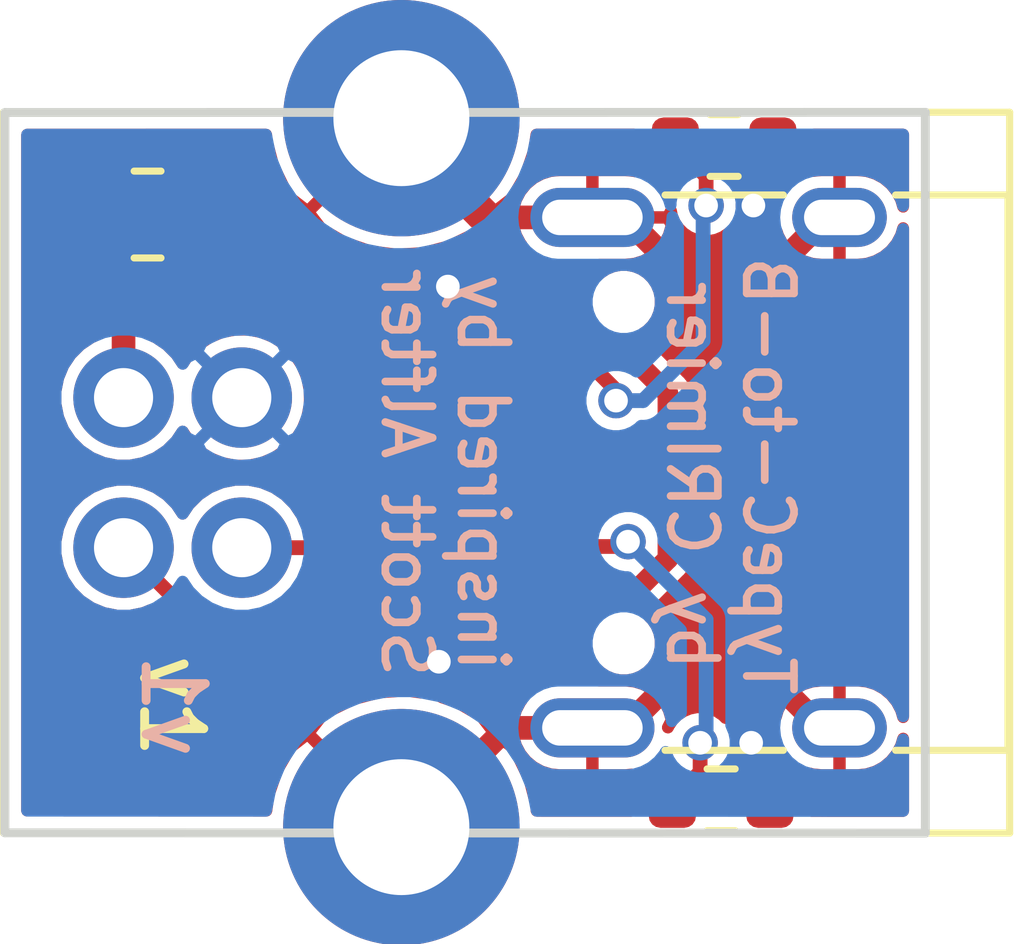
<source format=kicad_pcb>
(kicad_pcb (version 20171130) (host pcbnew 5.1.5+dfsg1-2build2)

  (general
    (thickness 1.6)
    (drawings 8)
    (tracks 94)
    (zones 0)
    (modules 5)
    (nets 11)
  )

  (page USLetter)
  (title_block
    (title "USB Micro-B to B PCB Adapter")
    (date 2018-07-16)
    (company "Scott Alfter")
  )

  (layers
    (0 F.Cu signal)
    (31 B.Cu signal)
    (32 B.Adhes user)
    (33 F.Adhes user)
    (34 B.Paste user)
    (35 F.Paste user)
    (36 B.SilkS user)
    (37 F.SilkS user)
    (38 B.Mask user)
    (39 F.Mask user)
    (40 Dwgs.User user hide)
    (41 Cmts.User user)
    (42 Eco1.User user)
    (43 Eco2.User user)
    (44 Edge.Cuts user)
    (45 Margin user)
    (46 B.CrtYd user hide)
    (47 F.CrtYd user hide)
    (48 B.Fab user hide)
    (49 F.Fab user hide)
  )

  (setup
    (last_trace_width 0.25)
    (user_trace_width 0.35)
    (user_trace_width 0.4)
    (trace_clearance 0.2)
    (zone_clearance 0.2)
    (zone_45_only no)
    (trace_min 0.2)
    (via_size 0.6)
    (via_drill 0.4)
    (via_min_size 0.4)
    (via_min_drill 0.3)
    (uvia_size 0.3)
    (uvia_drill 0.1)
    (uvias_allowed no)
    (uvia_min_size 0.2)
    (uvia_min_drill 0.1)
    (edge_width 0.15)
    (segment_width 0.2)
    (pcb_text_width 0.3)
    (pcb_text_size 1.5 1.5)
    (mod_edge_width 0.15)
    (mod_text_size 1 1)
    (mod_text_width 0.15)
    (pad_size 1.524 1.524)
    (pad_drill 0.762)
    (pad_to_mask_clearance 0.2)
    (aux_axis_origin 162.052 100.1776)
    (visible_elements FFFFFF7F)
    (pcbplotparams
      (layerselection 0x010fc_ffffffff)
      (usegerberextensions true)
      (usegerberattributes false)
      (usegerberadvancedattributes false)
      (creategerberjobfile false)
      (excludeedgelayer true)
      (linewidth 0.100000)
      (plotframeref false)
      (viasonmask false)
      (mode 1)
      (useauxorigin true)
      (hpglpennumber 1)
      (hpglpenspeed 20)
      (hpglpendiameter 15.000000)
      (psnegative false)
      (psa4output false)
      (plotreference false)
      (plotvalue false)
      (plotinvisibletext false)
      (padsonsilk false)
      (subtractmaskfromsilk true)
      (outputformat 1)
      (mirror false)
      (drillshape 0)
      (scaleselection 1)
      (outputdirectory "gerbers/"))
  )

  (net 0 "")
  (net 1 "Net-(J1-Pad2)")
  (net 2 "Net-(J1-Pad1)")
  (net 3 "Net-(J1-Pad3)")
  (net 4 GND)
  (net 5 GNDS)
  (net 6 "Net-(J2-PadA4)")
  (net 7 "Net-(J2-PadB8)")
  (net 8 "Net-(J2-PadA5)")
  (net 9 "Net-(J2-PadA8)")
  (net 10 "Net-(J2-PadB5)")

  (net_class Default "This is the default net class."
    (clearance 0.2)
    (trace_width 0.25)
    (via_dia 0.6)
    (via_drill 0.4)
    (uvia_dia 0.3)
    (uvia_drill 0.1)
    (add_net GND)
    (add_net GNDS)
    (add_net "Net-(J1-Pad1)")
    (add_net "Net-(J1-Pad2)")
    (add_net "Net-(J1-Pad3)")
    (add_net "Net-(J2-PadA4)")
    (add_net "Net-(J2-PadA5)")
    (add_net "Net-(J2-PadA8)")
    (add_net "Net-(J2-PadB5)")
    (add_net "Net-(J2-PadB8)")
  )

  (module usbb_to_typec:USB_B (layer F.Cu) (tedit 618540B5) (tstamp 5B4FBD16)
    (at 148.4884 106.2736)
    (descr "USB B connector")
    (tags "USB_B USB_DEV")
    (path /5B4D53C2)
    (fp_text reference J1 (at -0.1651 3.2004 180) (layer F.SilkS) hide
      (effects (font (size 1 1) (thickness 0.15)))
    )
    (fp_text value USB_B (at 1.1049 -3.1496 180) (layer F.Fab)
      (effects (font (size 1 1) (thickness 0.15)))
    )
    (fp_line (start 6.35 6.1) (end 14.99 6.1) (layer F.SilkS) (width 0.12))
    (fp_line (start -2.03 6.1) (end 3.05 6.1) (layer F.SilkS) (width 0.12))
    (fp_line (start 6.35 -6.1) (end 14.99 -6.1) (layer F.SilkS) (width 0.12))
    (fp_line (start -2.03 -6.1) (end 3.05 -6.1) (layer F.SilkS) (width 0.12))
    (fp_line (start 14.99 -6.1) (end 14.99 6.1) (layer F.SilkS) (width 0.12))
    (fp_line (start -2.03 6.1) (end -2.03 -6.1) (layer F.SilkS) (width 0.12))
    (pad 2 thru_hole circle (at 0 1.27 270) (size 1.7 1.7) (drill 1) (layers *.Cu *.Mask)
      (net 1 "Net-(J1-Pad2)"))
    (pad 1 thru_hole circle (at 0 -1.27 270) (size 1.7 1.7) (drill 1) (layers *.Cu *.Mask)
      (net 2 "Net-(J1-Pad1)"))
    (pad 4 thru_hole circle (at 2 -1.27 270) (size 1.7 1.7) (drill 1) (layers *.Cu *.Mask)
      (net 4 GND))
    (pad 3 thru_hole circle (at 2 1.27 270) (size 1.7 1.7) (drill 1) (layers *.Cu *.Mask)
      (net 3 "Net-(J1-Pad3)"))
    (pad 5 thru_hole circle (at 4.7 6 270) (size 4 4) (drill 2.3) (layers *.Cu *.Mask)
      (net 5 GNDS))
    (pad 5 thru_hole circle (at 4.7 -6 270) (size 4 4) (drill 2.3) (layers *.Cu *.Mask)
      (net 5 GNDS))
  )

  (module Resistor_SMD:R_0805_2012Metric (layer F.Cu) (tedit 5F68FEEE) (tstamp 61853D0A)
    (at 148.8948 101.9048 180)
    (descr "Resistor SMD 0805 (2012 Metric), square (rectangular) end terminal, IPC_7351 nominal, (Body size source: IPC-SM-782 page 72, https://www.pcb-3d.com/wordpress/wp-content/uploads/ipc-sm-782a_amendment_1_and_2.pdf), generated with kicad-footprint-generator")
    (tags resistor)
    (path /6185A890)
    (attr smd)
    (fp_text reference R1 (at 0 -1.65) (layer F.SilkS) hide
      (effects (font (size 1 1) (thickness 0.15)))
    )
    (fp_text value 0R (at 0 1.65) (layer F.Fab)
      (effects (font (size 1 1) (thickness 0.15)))
    )
    (fp_text user %R (at 0 0) (layer F.Fab)
      (effects (font (size 0.5 0.5) (thickness 0.08)))
    )
    (fp_line (start 1.68 0.95) (end -1.68 0.95) (layer F.CrtYd) (width 0.05))
    (fp_line (start 1.68 -0.95) (end 1.68 0.95) (layer F.CrtYd) (width 0.05))
    (fp_line (start -1.68 -0.95) (end 1.68 -0.95) (layer F.CrtYd) (width 0.05))
    (fp_line (start -1.68 0.95) (end -1.68 -0.95) (layer F.CrtYd) (width 0.05))
    (fp_line (start -0.227064 0.735) (end 0.227064 0.735) (layer F.SilkS) (width 0.12))
    (fp_line (start -0.227064 -0.735) (end 0.227064 -0.735) (layer F.SilkS) (width 0.12))
    (fp_line (start 1 0.625) (end -1 0.625) (layer F.Fab) (width 0.1))
    (fp_line (start 1 -0.625) (end 1 0.625) (layer F.Fab) (width 0.1))
    (fp_line (start -1 -0.625) (end 1 -0.625) (layer F.Fab) (width 0.1))
    (fp_line (start -1 0.625) (end -1 -0.625) (layer F.Fab) (width 0.1))
    (pad 2 smd roundrect (at 0.9125 0 180) (size 1.025 1.4) (layers F.Cu F.Paste F.Mask) (roundrect_rratio 0.243902)
      (net 2 "Net-(J1-Pad1)"))
    (pad 1 smd roundrect (at -0.9125 0 180) (size 1.025 1.4) (layers F.Cu F.Paste F.Mask) (roundrect_rratio 0.243902)
      (net 6 "Net-(J2-PadA4)"))
    (model ${KISYS3DMOD}/Resistor_SMD.3dshapes/R_0805_2012Metric.wrl
      (at (xyz 0 0 0))
      (scale (xyz 1 1 1))
      (rotate (xyz 0 0 0))
    )
  )

  (module Resistor_SMD:R_0603_1608Metric (layer F.Cu) (tedit 5F68FEEE) (tstamp 618595AE)
    (at 158.6484 100.7364)
    (descr "Resistor SMD 0603 (1608 Metric), square (rectangular) end terminal, IPC_7351 nominal, (Body size source: IPC-SM-782 page 72, https://www.pcb-3d.com/wordpress/wp-content/uploads/ipc-sm-782a_amendment_1_and_2.pdf), generated with kicad-footprint-generator")
    (tags resistor)
    (path /618602A6)
    (attr smd)
    (fp_text reference R3 (at 0 -1.43) (layer F.SilkS) hide
      (effects (font (size 1 1) (thickness 0.15)))
    )
    (fp_text value 5.1K (at 0 1.43) (layer F.Fab)
      (effects (font (size 1 1) (thickness 0.15)))
    )
    (fp_text user %R (at 0 0) (layer F.Fab)
      (effects (font (size 0.4 0.4) (thickness 0.06)))
    )
    (fp_line (start 1.48 0.73) (end -1.48 0.73) (layer F.CrtYd) (width 0.05))
    (fp_line (start 1.48 -0.73) (end 1.48 0.73) (layer F.CrtYd) (width 0.05))
    (fp_line (start -1.48 -0.73) (end 1.48 -0.73) (layer F.CrtYd) (width 0.05))
    (fp_line (start -1.48 0.73) (end -1.48 -0.73) (layer F.CrtYd) (width 0.05))
    (fp_line (start -0.237258 0.5225) (end 0.237258 0.5225) (layer F.SilkS) (width 0.12))
    (fp_line (start -0.237258 -0.5225) (end 0.237258 -0.5225) (layer F.SilkS) (width 0.12))
    (fp_line (start 0.8 0.4125) (end -0.8 0.4125) (layer F.Fab) (width 0.1))
    (fp_line (start 0.8 -0.4125) (end 0.8 0.4125) (layer F.Fab) (width 0.1))
    (fp_line (start -0.8 -0.4125) (end 0.8 -0.4125) (layer F.Fab) (width 0.1))
    (fp_line (start -0.8 0.4125) (end -0.8 -0.4125) (layer F.Fab) (width 0.1))
    (pad 2 smd roundrect (at 0.825 0) (size 0.8 0.95) (layers F.Cu F.Paste F.Mask) (roundrect_rratio 0.25)
      (net 4 GND))
    (pad 1 smd roundrect (at -0.825 0) (size 0.8 0.95) (layers F.Cu F.Paste F.Mask) (roundrect_rratio 0.25)
      (net 10 "Net-(J2-PadB5)"))
    (model ${KISYS3DMOD}/Resistor_SMD.3dshapes/R_0603_1608Metric.wrl
      (at (xyz 0 0 0))
      (scale (xyz 1 1 1))
      (rotate (xyz 0 0 0))
    )
  )

  (module Resistor_SMD:R_0603_1608Metric (layer F.Cu) (tedit 5F68FEEE) (tstamp 6185959D)
    (at 158.5976 111.8108)
    (descr "Resistor SMD 0603 (1608 Metric), square (rectangular) end terminal, IPC_7351 nominal, (Body size source: IPC-SM-782 page 72, https://www.pcb-3d.com/wordpress/wp-content/uploads/ipc-sm-782a_amendment_1_and_2.pdf), generated with kicad-footprint-generator")
    (tags resistor)
    (path /6185F9C0)
    (attr smd)
    (fp_text reference R2 (at 0 -1.43) (layer F.SilkS) hide
      (effects (font (size 1 1) (thickness 0.15)))
    )
    (fp_text value 5.1K (at 0 1.43) (layer F.Fab)
      (effects (font (size 1 1) (thickness 0.15)))
    )
    (fp_text user %R (at 0 0) (layer F.Fab)
      (effects (font (size 0.4 0.4) (thickness 0.06)))
    )
    (fp_line (start 1.48 0.73) (end -1.48 0.73) (layer F.CrtYd) (width 0.05))
    (fp_line (start 1.48 -0.73) (end 1.48 0.73) (layer F.CrtYd) (width 0.05))
    (fp_line (start -1.48 -0.73) (end 1.48 -0.73) (layer F.CrtYd) (width 0.05))
    (fp_line (start -1.48 0.73) (end -1.48 -0.73) (layer F.CrtYd) (width 0.05))
    (fp_line (start -0.237258 0.5225) (end 0.237258 0.5225) (layer F.SilkS) (width 0.12))
    (fp_line (start -0.237258 -0.5225) (end 0.237258 -0.5225) (layer F.SilkS) (width 0.12))
    (fp_line (start 0.8 0.4125) (end -0.8 0.4125) (layer F.Fab) (width 0.1))
    (fp_line (start 0.8 -0.4125) (end 0.8 0.4125) (layer F.Fab) (width 0.1))
    (fp_line (start -0.8 -0.4125) (end 0.8 -0.4125) (layer F.Fab) (width 0.1))
    (fp_line (start -0.8 0.4125) (end -0.8 -0.4125) (layer F.Fab) (width 0.1))
    (pad 2 smd roundrect (at 0.825 0) (size 0.8 0.95) (layers F.Cu F.Paste F.Mask) (roundrect_rratio 0.25)
      (net 4 GND))
    (pad 1 smd roundrect (at -0.825 0) (size 0.8 0.95) (layers F.Cu F.Paste F.Mask) (roundrect_rratio 0.25)
      (net 8 "Net-(J2-PadA5)"))
    (model ${KISYS3DMOD}/Resistor_SMD.3dshapes/R_0603_1608Metric.wrl
      (at (xyz 0 0 0))
      (scale (xyz 1 1 1))
      (rotate (xyz 0 0 0))
    )
  )

  (module Connector_USB:USB_C_Receptacle_HRO_TYPE-C-31-M-12 (layer F.Cu) (tedit 5D3C0721) (tstamp 6185957B)
    (at 159.55 106.2736 90)
    (descr "USB Type-C receptacle for USB 2.0 and PD, http://www.krhro.com/uploads/soft/180320/1-1P320120243.pdf")
    (tags "usb usb-c 2.0 pd")
    (path /61853C0D)
    (attr smd)
    (fp_text reference J2 (at 0 -5.645 90) (layer F.SilkS) hide
      (effects (font (size 1 1) (thickness 0.15)))
    )
    (fp_text value USB_C_Receptacle_USB2.0 (at 0 5.1 90) (layer F.Fab)
      (effects (font (size 1 1) (thickness 0.15)))
    )
    (fp_line (start -4.7 3.9) (end 4.7 3.9) (layer F.SilkS) (width 0.12))
    (fp_line (start -4.47 -3.65) (end 4.47 -3.65) (layer F.Fab) (width 0.1))
    (fp_line (start -4.47 -3.65) (end -4.47 3.65) (layer F.Fab) (width 0.1))
    (fp_line (start -4.47 3.65) (end 4.47 3.65) (layer F.Fab) (width 0.1))
    (fp_line (start 4.47 -3.65) (end 4.47 3.65) (layer F.Fab) (width 0.1))
    (fp_text user %R (at 0 0 90) (layer F.Fab)
      (effects (font (size 1 1) (thickness 0.15)))
    )
    (fp_line (start -5.32 -5.27) (end 5.32 -5.27) (layer F.CrtYd) (width 0.05))
    (fp_line (start -5.32 4.15) (end 5.32 4.15) (layer F.CrtYd) (width 0.05))
    (fp_line (start -5.32 -5.27) (end -5.32 4.15) (layer F.CrtYd) (width 0.05))
    (fp_line (start 5.32 -5.27) (end 5.32 4.15) (layer F.CrtYd) (width 0.05))
    (fp_line (start 4.7 -1.9) (end 4.7 0.1) (layer F.SilkS) (width 0.12))
    (fp_line (start 4.7 2) (end 4.7 3.9) (layer F.SilkS) (width 0.12))
    (fp_line (start -4.7 -1.9) (end -4.7 0.1) (layer F.SilkS) (width 0.12))
    (fp_line (start -4.7 2) (end -4.7 3.9) (layer F.SilkS) (width 0.12))
    (pad B1 smd rect (at 3.25 -4.045 90) (size 0.6 1.45) (layers F.Cu F.Paste F.Mask)
      (net 4 GND))
    (pad A9 smd rect (at 2.45 -4.045 90) (size 0.6 1.45) (layers F.Cu F.Paste F.Mask)
      (net 6 "Net-(J2-PadA4)"))
    (pad B9 smd rect (at -2.45 -4.045 90) (size 0.6 1.45) (layers F.Cu F.Paste F.Mask)
      (net 6 "Net-(J2-PadA4)"))
    (pad B12 smd rect (at -3.25 -4.045 90) (size 0.6 1.45) (layers F.Cu F.Paste F.Mask)
      (net 4 GND))
    (pad A1 smd rect (at -3.25 -4.045 90) (size 0.6 1.45) (layers F.Cu F.Paste F.Mask)
      (net 4 GND))
    (pad A4 smd rect (at -2.45 -4.045 90) (size 0.6 1.45) (layers F.Cu F.Paste F.Mask)
      (net 6 "Net-(J2-PadA4)"))
    (pad B4 smd rect (at 2.45 -4.045 90) (size 0.6 1.45) (layers F.Cu F.Paste F.Mask)
      (net 6 "Net-(J2-PadA4)"))
    (pad A12 smd rect (at 3.25 -4.045 90) (size 0.6 1.45) (layers F.Cu F.Paste F.Mask)
      (net 4 GND))
    (pad B8 smd rect (at -1.75 -4.045 90) (size 0.3 1.45) (layers F.Cu F.Paste F.Mask)
      (net 7 "Net-(J2-PadB8)"))
    (pad A5 smd rect (at -1.25 -4.045 90) (size 0.3 1.45) (layers F.Cu F.Paste F.Mask)
      (net 8 "Net-(J2-PadA5)"))
    (pad B7 smd rect (at -0.75 -4.045 90) (size 0.3 1.45) (layers F.Cu F.Paste F.Mask)
      (net 1 "Net-(J1-Pad2)"))
    (pad A7 smd rect (at 0.25 -4.045 90) (size 0.3 1.45) (layers F.Cu F.Paste F.Mask)
      (net 1 "Net-(J1-Pad2)"))
    (pad B6 smd rect (at 0.75 -4.045 90) (size 0.3 1.45) (layers F.Cu F.Paste F.Mask)
      (net 3 "Net-(J1-Pad3)"))
    (pad A8 smd rect (at 1.25 -4.045 90) (size 0.3 1.45) (layers F.Cu F.Paste F.Mask)
      (net 9 "Net-(J2-PadA8)"))
    (pad B5 smd rect (at 1.75 -4.045 90) (size 0.3 1.45) (layers F.Cu F.Paste F.Mask)
      (net 10 "Net-(J2-PadB5)"))
    (pad A6 smd rect (at -0.25 -4.045 90) (size 0.3 1.45) (layers F.Cu F.Paste F.Mask)
      (net 3 "Net-(J1-Pad3)"))
    (pad S1 thru_hole oval (at 4.32 -3.13 90) (size 1 2.1) (drill oval 0.6 1.7) (layers *.Cu *.Mask)
      (net 5 GNDS))
    (pad S1 thru_hole oval (at -4.32 -3.13 90) (size 1 2.1) (drill oval 0.6 1.7) (layers *.Cu *.Mask)
      (net 5 GNDS))
    (pad "" np_thru_hole circle (at -2.89 -2.6 90) (size 0.65 0.65) (drill 0.65) (layers *.Cu *.Mask))
    (pad S1 thru_hole oval (at -4.32 1.05 90) (size 1 1.6) (drill oval 0.6 1.2) (layers *.Cu *.Mask)
      (net 5 GNDS))
    (pad "" np_thru_hole circle (at 2.89 -2.6 90) (size 0.65 0.65) (drill 0.65) (layers *.Cu *.Mask))
    (pad S1 thru_hole oval (at 4.32 1.05 90) (size 1 1.6) (drill oval 0.6 1.2) (layers *.Cu *.Mask)
      (net 5 GNDS))
    (model ${KISYS3DMOD}/Connector_USB.3dshapes/USB_C_Receptacle_HRO_TYPE-C-31-M-12.wrl
      (at (xyz 0 0 0))
      (scale (xyz 1 1 1))
      (rotate (xyz 0 0 0))
    )
  )

  (gr_text "inspired by\nScott Alfter" (at 153.924 106.2736 270) (layer B.SilkS) (tstamp 61854554)
    (effects (font (size 0.8 0.8) (thickness 0.13)) (justify mirror))
  )
  (gr_text "TypeC-to-B\nby CRImier" (at 158.75 106.3244 270) (layer B.SilkS)
    (effects (font (size 0.8 0.8) (thickness 0.13)) (justify mirror))
  )
  (gr_text v1 (at 149.3 110.225 270) (layer F.SilkS) (tstamp 61853582)
    (effects (font (size 1 1) (thickness 0.15)))
  )
  (gr_text v1 (at 149.325 110.225 270) (layer B.SilkS)
    (effects (font (size 1 1) (thickness 0.15)) (justify mirror))
  )
  (gr_line (start 146.4818 112.3696) (end 146.4818 100.1776) (angle 90) (layer Edge.Cuts) (width 0.15))
  (gr_line (start 162.052 112.375) (end 146.4818 112.3696) (angle 90) (layer Edge.Cuts) (width 0.15))
  (gr_line (start 162.052 100.175) (end 162.052 112.375) (angle 90) (layer Edge.Cuts) (width 0.15))
  (gr_line (start 146.4818 100.1776) (end 162.052 100.175) (angle 90) (layer Edge.Cuts) (width 0.15))

  (segment (start 156.48 107.0236) (end 155.505 107.0236) (width 0.25) (layer F.Cu) (net 1))
  (segment (start 156.515 107.0236) (end 156.48 107.0236) (width 0.25) (layer F.Cu) (net 1))
  (segment (start 156.555001 106.983599) (end 156.515 107.0236) (width 0.25) (layer F.Cu) (net 1))
  (segment (start 156.555001 106.113599) (end 156.555001 106.983599) (width 0.25) (layer F.Cu) (net 1))
  (segment (start 156.465002 106.0236) (end 156.555001 106.113599) (width 0.25) (layer F.Cu) (net 1))
  (segment (start 155.505 106.0236) (end 156.465002 106.0236) (width 0.25) (layer F.Cu) (net 1))
  (segment (start 153.5804 107.0236) (end 155.505 107.0236) (width 0.25) (layer F.Cu) (net 1))
  (segment (start 151.7904 108.8136) (end 153.5804 107.0236) (width 0.25) (layer F.Cu) (net 1))
  (segment (start 149.7584 108.8136) (end 151.7904 108.8136) (width 0.25) (layer F.Cu) (net 1))
  (segment (start 148.4884 107.5436) (end 149.7584 108.8136) (width 0.25) (layer F.Cu) (net 1))
  (segment (start 148.4884 102.4109) (end 147.9823 101.9048) (width 0.4) (layer F.Cu) (net 2))
  (segment (start 148.4884 105.0036) (end 148.4884 102.4109) (width 0.4) (layer F.Cu) (net 2))
  (segment (start 154.53 106.5236) (end 155.505 106.5236) (width 0.25) (layer F.Cu) (net 3))
  (segment (start 154.495 106.5236) (end 154.53 106.5236) (width 0.25) (layer F.Cu) (net 3))
  (segment (start 154.454999 106.483599) (end 154.495 106.5236) (width 0.25) (layer F.Cu) (net 3))
  (segment (start 154.454999 105.613599) (end 154.454999 106.483599) (width 0.25) (layer F.Cu) (net 3))
  (segment (start 154.544998 105.5236) (end 154.454999 105.613599) (width 0.25) (layer F.Cu) (net 3))
  (segment (start 155.505 105.5236) (end 154.544998 105.5236) (width 0.25) (layer F.Cu) (net 3))
  (segment (start 155.505 106.5236) (end 153.0644 106.5236) (width 0.25) (layer F.Cu) (net 3))
  (segment (start 152.0444 107.5436) (end 150.4884 107.5436) (width 0.25) (layer F.Cu) (net 3))
  (segment (start 153.0644 106.5236) (end 152.0444 107.5436) (width 0.25) (layer F.Cu) (net 3))
  (via (at 159.1056 110.8456) (size 0.6) (drill 0.4) (layers F.Cu B.Cu) (net 4))
  (segment (start 159.4226 111.1626) (end 159.1056 110.8456) (width 0.25) (layer F.Cu) (net 4))
  (segment (start 159.4226 111.8108) (end 159.4226 111.1626) (width 0.25) (layer F.Cu) (net 4))
  (via (at 159.143603 101.7524) (size 0.6) (drill 0.4) (layers F.Cu B.Cu) (net 4))
  (segment (start 159.4734 101.422603) (end 159.143603 101.7524) (width 0.25) (layer F.Cu) (net 4))
  (segment (start 159.4734 100.7364) (end 159.4734 101.422603) (width 0.25) (layer F.Cu) (net 4))
  (via (at 153.9748 103.124) (size 0.6) (drill 0.4) (layers F.Cu B.Cu) (net 4))
  (segment (start 154.0752 103.0236) (end 153.9748 103.124) (width 0.4) (layer F.Cu) (net 4))
  (segment (start 155.505 103.0236) (end 154.0752 103.0236) (width 0.4) (layer F.Cu) (net 4))
  (via (at 153.8224 109.474) (size 0.6) (drill 0.4) (layers F.Cu B.Cu) (net 4))
  (segment (start 153.872 109.5236) (end 153.8224 109.474) (width 0.4) (layer F.Cu) (net 4))
  (segment (start 155.505 109.5236) (end 153.872 109.5236) (width 0.4) (layer F.Cu) (net 4))
  (segment (start 153.2011 111.897427) (end 153.201258 111.897427) (width 0.4) (layer F.Cu) (net 5))
  (segment (start 153.2011 100.651243) (end 153.201177 100.651243) (width 0.4) (layer F.Cu) (net 5))
  (segment (start 160.3 110.5936) (end 160.6 110.5936) (width 0.4) (layer F.Cu) (net 5))
  (segment (start 157.87 109.6936) (end 159.4 109.6936) (width 0.4) (layer F.Cu) (net 5))
  (segment (start 159.4 109.6936) (end 160.3 110.5936) (width 0.4) (layer F.Cu) (net 5))
  (segment (start 156.97 110.5936) (end 157.87 109.6936) (width 0.4) (layer F.Cu) (net 5))
  (segment (start 156.42 110.5936) (end 156.97 110.5936) (width 0.4) (layer F.Cu) (net 5))
  (segment (start 153.666517 111.897082) (end 153.18853 111.896916) (width 0.4) (layer F.Cu) (net 5))
  (segment (start 154.97 110.5936) (end 153.666517 111.897082) (width 0.4) (layer F.Cu) (net 5))
  (segment (start 156.42 110.5936) (end 154.97 110.5936) (width 0.4) (layer F.Cu) (net 5))
  (segment (start 154.490576 101.9536) (end 153.188464 100.651488) (width 0.4) (layer F.Cu) (net 5))
  (segment (start 156.42 101.9536) (end 154.490576 101.9536) (width 0.4) (layer F.Cu) (net 5))
  (segment (start 160.3776 101.9536) (end 160.6 101.9536) (width 0.4) (layer F.Cu) (net 5))
  (segment (start 159.4612 102.87) (end 160.3776 101.9536) (width 0.4) (layer F.Cu) (net 5))
  (segment (start 157.8864 102.87) (end 159.4612 102.87) (width 0.4) (layer F.Cu) (net 5))
  (segment (start 156.97 101.9536) (end 157.8864 102.87) (width 0.4) (layer F.Cu) (net 5))
  (segment (start 156.42 101.9536) (end 156.97 101.9536) (width 0.4) (layer F.Cu) (net 5))
  (segment (start 156.0968 103.8236) (end 156.246799 103.973599) (width 0.4) (layer F.Cu) (net 6))
  (segment (start 155.505 103.8236) (end 156.0968 103.8236) (width 0.4) (layer F.Cu) (net 6))
  (segment (start 156.353998 108.7236) (end 155.505 108.7236) (width 0.35) (layer F.Cu) (net 6))
  (segment (start 157.0228 108.4072) (end 156.670398 108.4072) (width 0.35) (layer F.Cu) (net 6))
  (segment (start 157.697801 107.732199) (end 157.0228 108.4072) (width 0.35) (layer F.Cu) (net 6))
  (segment (start 157.697801 104.933599) (end 157.697801 107.732199) (width 0.35) (layer F.Cu) (net 6))
  (segment (start 157.143601 104.379399) (end 157.697801 104.933599) (width 0.35) (layer F.Cu) (net 6))
  (segment (start 156.8704 104.1908) (end 157.058999 104.379399) (width 0.35) (layer F.Cu) (net 6))
  (segment (start 156.670398 108.4072) (end 156.353998 108.7236) (width 0.35) (layer F.Cu) (net 6))
  (segment (start 156.246799 103.973599) (end 156.348399 103.973599) (width 0.35) (layer F.Cu) (net 6))
  (segment (start 156.348399 103.973599) (end 156.373399 103.998599) (width 0.35) (layer F.Cu) (net 6))
  (segment (start 156.373399 103.998599) (end 156.530001 103.998599) (width 0.35) (layer F.Cu) (net 6))
  (segment (start 156.530001 103.998599) (end 156.579991 104.048589) (width 0.35) (layer F.Cu) (net 6))
  (segment (start 156.579991 104.048589) (end 156.697111 104.048589) (width 0.35) (layer F.Cu) (net 6))
  (segment (start 156.697111 104.048589) (end 156.839322 104.1908) (width 0.35) (layer F.Cu) (net 6))
  (segment (start 157.058999 104.379399) (end 157.143601 104.379399) (width 0.35) (layer F.Cu) (net 6))
  (segment (start 156.839322 104.1908) (end 156.8704 104.1908) (width 0.35) (layer F.Cu) (net 6))
  (segment (start 154.38 103.8236) (end 155.505 103.8236) (width 0.4) (layer F.Cu) (net 6))
  (segment (start 154.379599 103.824001) (end 154.38 103.8236) (width 0.4) (layer F.Cu) (net 6))
  (segment (start 151.931601 103.824001) (end 154.379599 103.824001) (width 0.4) (layer F.Cu) (net 6))
  (segment (start 150.6265 102.5189) (end 151.931601 103.824001) (width 0.4) (layer F.Cu) (net 6))
  (segment (start 150.4214 102.5189) (end 150.6265 102.5189) (width 0.4) (layer F.Cu) (net 6))
  (segment (start 149.8073 101.9048) (end 150.4214 102.5189) (width 0.4) (layer F.Cu) (net 6))
  (via (at 157.0228 107.442) (size 0.6) (drill 0.4) (layers F.Cu B.Cu) (net 8))
  (segment (start 156.9412 107.5236) (end 157.0228 107.442) (width 0.25) (layer F.Cu) (net 8))
  (segment (start 155.505 107.5236) (end 156.9412 107.5236) (width 0.25) (layer F.Cu) (net 8))
  (segment (start 157.0228 107.442) (end 158.3436 108.7628) (width 0.25) (layer B.Cu) (net 8))
  (via (at 158.242 110.8456) (size 0.6) (drill 0.4) (layers F.Cu B.Cu) (net 8))
  (segment (start 158.3436 110.744) (end 158.242 110.8456) (width 0.25) (layer B.Cu) (net 8))
  (segment (start 158.3436 108.7628) (end 158.3436 110.744) (width 0.25) (layer B.Cu) (net 8))
  (segment (start 158.242 111.3414) (end 157.7726 111.8108) (width 0.25) (layer F.Cu) (net 8))
  (segment (start 158.242 110.8456) (end 158.242 111.3414) (width 0.25) (layer F.Cu) (net 8))
  (via (at 156.8196 105.0544) (size 0.6) (drill 0.4) (layers F.Cu B.Cu) (net 10))
  (segment (start 156.8196 105.0544) (end 157.2768 105.0544) (width 0.25) (layer B.Cu) (net 10))
  (segment (start 157.2768 105.0544) (end 158.2928 104.0384) (width 0.25) (layer B.Cu) (net 10))
  (via (at 158.3436 101.7524) (size 0.6) (drill 0.4) (layers F.Cu B.Cu) (net 10))
  (segment (start 158.2928 101.8032) (end 158.3436 101.7524) (width 0.25) (layer B.Cu) (net 10))
  (segment (start 158.2928 104.0384) (end 158.2928 101.8032) (width 0.25) (layer B.Cu) (net 10))
  (segment (start 158.3436 101.2566) (end 157.8234 100.7364) (width 0.25) (layer F.Cu) (net 10))
  (segment (start 158.3436 101.7524) (end 158.3436 101.2566) (width 0.25) (layer F.Cu) (net 10))
  (segment (start 156.490001 104.548599) (end 156.8196 104.878198) (width 0.25) (layer F.Cu) (net 10))
  (segment (start 155.505 104.5236) (end 155.529999 104.548599) (width 0.25) (layer F.Cu) (net 10))
  (segment (start 156.8196 104.878198) (end 156.8196 105.0544) (width 0.25) (layer F.Cu) (net 10))
  (segment (start 155.529999 104.548599) (end 156.490001 104.548599) (width 0.25) (layer F.Cu) (net 10))

  (zone (net 5) (net_name GNDS) (layer F.Cu) (tstamp 61876436) (hatch edge 0.508)
    (connect_pads (clearance 0.2))
    (min_thickness 0.2)
    (fill yes (arc_segments 16) (thermal_gap 0.2) (thermal_bridge_width 0.21))
    (polygon
      (pts
        (xy 163.322 112.268) (xy 146.685 112.268) (xy 146.685 100.33) (xy 163.322 100.33)
      )
    )
    (filled_polygon
      (pts
        (xy 161.677 101.773417) (xy 161.641017 101.652072) (xy 161.567953 101.513301) (xy 161.46922 101.39145) (xy 161.348613 101.291202)
        (xy 161.210766 101.21641) (xy 161.060976 101.169947) (xy 160.905 101.1536) (xy 160.605 101.1536) (xy 160.605 101.9486)
        (xy 160.625 101.9486) (xy 160.625 101.9586) (xy 160.605 101.9586) (xy 160.605 102.7536) (xy 160.905 102.7536)
        (xy 161.060976 102.737253) (xy 161.210766 102.69079) (xy 161.348613 102.615998) (xy 161.46922 102.51575) (xy 161.567953 102.393899)
        (xy 161.641017 102.255128) (xy 161.677 102.133783) (xy 161.677001 110.413419) (xy 161.641017 110.292072) (xy 161.567953 110.153301)
        (xy 161.46922 110.03145) (xy 161.348613 109.931202) (xy 161.210766 109.85641) (xy 161.060976 109.809947) (xy 160.905 109.7936)
        (xy 160.605 109.7936) (xy 160.605 110.5886) (xy 160.625 110.5886) (xy 160.625 110.5986) (xy 160.605 110.5986)
        (xy 160.605 111.3936) (xy 160.905 111.3936) (xy 161.060976 111.377253) (xy 161.210766 111.33079) (xy 161.348613 111.255998)
        (xy 161.46922 111.15575) (xy 161.567953 111.033899) (xy 161.641017 110.895128) (xy 161.677001 110.773781) (xy 161.677001 111.999871)
        (xy 160.124051 111.999332) (xy 160.124051 111.5358) (xy 160.114416 111.437972) (xy 160.091528 111.36252) (xy 160.139024 111.377253)
        (xy 160.295 111.3936) (xy 160.595 111.3936) (xy 160.595 110.5986) (xy 160.575 110.5986) (xy 160.575 110.5886)
        (xy 160.595 110.5886) (xy 160.595 109.7936) (xy 160.295 109.7936) (xy 160.139024 109.809947) (xy 159.989234 109.85641)
        (xy 159.851387 109.931202) (xy 159.73078 110.03145) (xy 159.632047 110.153301) (xy 159.558983 110.292072) (xy 159.522758 110.41423)
        (xy 159.488078 110.37955) (xy 159.389807 110.313887) (xy 159.280614 110.268658) (xy 159.164695 110.2456) (xy 159.046505 110.2456)
        (xy 158.930586 110.268658) (xy 158.821393 110.313887) (xy 158.723122 110.37955) (xy 158.6738 110.428872) (xy 158.624478 110.37955)
        (xy 158.526207 110.313887) (xy 158.417014 110.268658) (xy 158.301095 110.2456) (xy 158.182905 110.2456) (xy 158.066986 110.268658)
        (xy 157.957793 110.313887) (xy 157.859522 110.37955) (xy 157.77595 110.463122) (xy 157.710287 110.561393) (xy 157.699018 110.588598)
        (xy 157.694984 110.588598) (xy 157.759353 110.463516) (xy 157.755604 110.442431) (xy 157.711017 110.292072) (xy 157.637953 110.153301)
        (xy 157.53922 110.03145) (xy 157.418613 109.931202) (xy 157.280766 109.85641) (xy 157.130976 109.809947) (xy 156.975 109.7936)
        (xy 156.531451 109.7936) (xy 156.531451 109.628934) (xy 156.551586 109.649069) (xy 156.653952 109.717468) (xy 156.767694 109.764581)
        (xy 156.888443 109.7886) (xy 157.011557 109.7886) (xy 157.132306 109.764581) (xy 157.246048 109.717468) (xy 157.348414 109.649069)
        (xy 157.435469 109.562014) (xy 157.503868 109.459648) (xy 157.550981 109.345906) (xy 157.575 109.225157) (xy 157.575 109.102043)
        (xy 157.550981 108.981294) (xy 157.503868 108.867552) (xy 157.435469 108.765186) (xy 157.386017 108.715734) (xy 158.017178 108.084574)
        (xy 158.035302 108.0697) (xy 158.09466 107.997372) (xy 158.138767 107.914853) (xy 158.165928 107.825315) (xy 158.172801 107.755531)
        (xy 158.175099 107.732199) (xy 158.172801 107.708867) (xy 158.172801 104.95693) (xy 158.175099 104.933598) (xy 158.165928 104.840482)
        (xy 158.152095 104.794883) (xy 158.138767 104.750945) (xy 158.09466 104.668426) (xy 158.035302 104.596098) (xy 158.017172 104.581219)
        (xy 157.495985 104.060033) (xy 157.481102 104.041898) (xy 157.408774 103.98254) (xy 157.326255 103.938433) (xy 157.273902 103.922552)
        (xy 157.271687 103.920337) (xy 157.348414 103.869069) (xy 157.435469 103.782014) (xy 157.503868 103.679648) (xy 157.550981 103.565906)
        (xy 157.575 103.445157) (xy 157.575 103.322043) (xy 157.550981 103.201294) (xy 157.503868 103.087552) (xy 157.435469 102.985186)
        (xy 157.348414 102.898131) (xy 157.246048 102.829732) (xy 157.132306 102.782619) (xy 157.011557 102.7586) (xy 156.888443 102.7586)
        (xy 156.767694 102.782619) (xy 156.653952 102.829732) (xy 156.551586 102.898131) (xy 156.531451 102.918266) (xy 156.531451 102.7536)
        (xy 156.975 102.7536) (xy 157.130976 102.737253) (xy 157.280766 102.69079) (xy 157.418613 102.615998) (xy 157.53922 102.51575)
        (xy 157.637953 102.393899) (xy 157.711017 102.255128) (xy 157.755604 102.104769) (xy 157.759353 102.083684) (xy 157.694983 101.9586)
        (xy 156.425 101.9586) (xy 156.425 101.9786) (xy 156.415 101.9786) (xy 156.415 101.9586) (xy 155.145017 101.9586)
        (xy 155.080647 102.083684) (xy 155.084396 102.104769) (xy 155.128983 102.255128) (xy 155.202047 102.393899) (xy 155.224937 102.422149)
        (xy 154.78 102.422149) (xy 154.72119 102.427941) (xy 154.66464 102.445096) (xy 154.612523 102.472953) (xy 154.566842 102.510442)
        (xy 154.556044 102.5236) (xy 154.099759 102.5236) (xy 154.075199 102.521181) (xy 154.038095 102.524835) (xy 154.033895 102.524)
        (xy 153.915705 102.524) (xy 153.799786 102.547058) (xy 153.690593 102.592287) (xy 153.592322 102.65795) (xy 153.50875 102.741522)
        (xy 153.443087 102.839793) (xy 153.397858 102.948986) (xy 153.3748 103.064905) (xy 153.3748 103.183095) (xy 153.397858 103.299014)
        (xy 153.408208 103.324001) (xy 152.138708 103.324001) (xy 150.997429 102.182724) (xy 150.981764 102.163636) (xy 150.905629 102.101154)
        (xy 150.818767 102.054725) (xy 150.724517 102.026135) (xy 150.65106 102.0189) (xy 150.6265 102.016481) (xy 150.626124 102.016518)
        (xy 150.621251 102.011645) (xy 150.621251 101.454799) (xy 150.610655 101.347216) (xy 150.579274 101.243768) (xy 150.528315 101.14843)
        (xy 150.459735 101.064865) (xy 150.37617 100.996285) (xy 150.280832 100.945326) (xy 150.177384 100.913945) (xy 150.069801 100.903349)
        (xy 149.544799 100.903349) (xy 149.437216 100.913945) (xy 149.333768 100.945326) (xy 149.23843 100.996285) (xy 149.154865 101.064865)
        (xy 149.086285 101.14843) (xy 149.035326 101.243768) (xy 149.003945 101.347216) (xy 148.993349 101.454799) (xy 148.993349 102.354801)
        (xy 149.003945 102.462384) (xy 149.035326 102.565832) (xy 149.086285 102.66117) (xy 149.154865 102.744735) (xy 149.23843 102.813315)
        (xy 149.333768 102.864274) (xy 149.437216 102.895655) (xy 149.544799 102.906251) (xy 150.069801 102.906251) (xy 150.101438 102.903135)
        (xy 150.142271 102.936646) (xy 150.229133 102.983075) (xy 150.323383 103.011665) (xy 150.4214 103.021319) (xy 150.421777 103.021282)
        (xy 151.560681 104.160188) (xy 151.576337 104.179265) (xy 151.652472 104.241747) (xy 151.739334 104.288176) (xy 151.815697 104.31134)
        (xy 151.833584 104.316766) (xy 151.931601 104.32642) (xy 151.956161 104.324001) (xy 154.355039 104.324001) (xy 154.379599 104.32642)
        (xy 154.404159 104.324001) (xy 154.40823 104.3236) (xy 154.483473 104.3236) (xy 154.478549 104.3736) (xy 154.478549 104.6736)
        (xy 154.484341 104.73241) (xy 154.496836 104.7736) (xy 154.484341 104.81479) (xy 154.478549 104.8736) (xy 154.478549 105.103089)
        (xy 154.469325 105.103997) (xy 154.461683 105.10475) (xy 154.381571 105.129052) (xy 154.307738 105.168516) (xy 154.243024 105.221626)
        (xy 154.229714 105.237844) (xy 154.169243 105.298315) (xy 154.153025 105.311625) (xy 154.099915 105.37634) (xy 154.060451 105.450173)
        (xy 154.036149 105.530286) (xy 154.029999 105.592726) (xy 154.029999 105.592732) (xy 154.027944 105.613599) (xy 154.029999 105.634466)
        (xy 154.03 106.0986) (xy 153.085267 106.0986) (xy 153.0644 106.096545) (xy 153.043533 106.0986) (xy 153.043526 106.0986)
        (xy 152.988727 106.103997) (xy 152.981085 106.10475) (xy 152.900972 106.129052) (xy 152.875255 106.142799) (xy 152.82714 106.168516)
        (xy 152.762426 106.221626) (xy 152.749121 106.237838) (xy 151.86836 107.1186) (xy 151.55711 107.1186) (xy 151.507516 106.998871)
        (xy 151.381663 106.810518) (xy 151.221482 106.650337) (xy 151.033129 106.524484) (xy 150.823843 106.437794) (xy 150.601665 106.3936)
        (xy 150.375135 106.3936) (xy 150.152957 106.437794) (xy 149.943671 106.524484) (xy 149.755318 106.650337) (xy 149.595137 106.810518)
        (xy 149.4884 106.970262) (xy 149.381663 106.810518) (xy 149.221482 106.650337) (xy 149.033129 106.524484) (xy 148.823843 106.437794)
        (xy 148.601665 106.3936) (xy 148.375135 106.3936) (xy 148.152957 106.437794) (xy 147.943671 106.524484) (xy 147.755318 106.650337)
        (xy 147.595137 106.810518) (xy 147.469284 106.998871) (xy 147.382594 107.208157) (xy 147.3384 107.430335) (xy 147.3384 107.656865)
        (xy 147.382594 107.879043) (xy 147.469284 108.088329) (xy 147.595137 108.276682) (xy 147.755318 108.436863) (xy 147.943671 108.562716)
        (xy 148.152957 108.649406) (xy 148.375135 108.6936) (xy 148.601665 108.6936) (xy 148.823843 108.649406) (xy 148.943572 108.599812)
        (xy 149.443121 109.099362) (xy 149.456426 109.115574) (xy 149.52114 109.168684) (xy 149.594973 109.208148) (xy 149.650783 109.225078)
        (xy 149.675085 109.23245) (xy 149.683498 109.233279) (xy 149.737526 109.2386) (xy 149.737532 109.2386) (xy 149.758399 109.240655)
        (xy 149.779266 109.2386) (xy 151.769533 109.2386) (xy 151.7904 109.240655) (xy 151.811267 109.2386) (xy 151.811274 109.2386)
        (xy 151.873714 109.23245) (xy 151.953827 109.208148) (xy 152.02766 109.168684) (xy 152.092374 109.115574) (xy 152.105683 109.099357)
        (xy 153.756441 107.4486) (xy 154.478549 107.4486) (xy 154.478549 107.6736) (xy 154.484341 107.73241) (xy 154.496836 107.7736)
        (xy 154.484341 107.81479) (xy 154.478549 107.8736) (xy 154.478549 108.1736) (xy 154.484341 108.23241) (xy 154.501496 108.28896)
        (xy 154.506649 108.2986) (xy 154.501496 108.30824) (xy 154.484341 108.36479) (xy 154.478549 108.4236) (xy 154.478549 109.0236)
        (xy 154.220528 109.0236) (xy 154.204878 109.00795) (xy 154.106607 108.942287) (xy 153.997414 108.897058) (xy 153.881495 108.874)
        (xy 153.763305 108.874) (xy 153.647386 108.897058) (xy 153.538193 108.942287) (xy 153.439922 109.00795) (xy 153.35635 109.091522)
        (xy 153.290687 109.189793) (xy 153.245458 109.298986) (xy 153.2224 109.414905) (xy 153.2224 109.533095) (xy 153.245458 109.649014)
        (xy 153.290687 109.758207) (xy 153.35635 109.856478) (xy 153.439922 109.94005) (xy 153.52746 109.998541) (xy 153.274139 109.964061)
        (xy 152.821923 109.991712) (xy 152.38379 110.107055) (xy 151.976579 110.305655) (xy 151.834001 110.400922) (xy 151.610758 110.688887)
        (xy 152.918704 111.996833) (xy 152.904557 111.996828) (xy 151.603687 110.695958) (xy 151.315722 110.919201) (xy 151.087475 111.310566)
        (xy 150.939965 111.73894) (xy 150.904957 111.996134) (xy 146.8568 111.99473) (xy 146.8568 101.454799) (xy 147.168349 101.454799)
        (xy 147.168349 102.354801) (xy 147.178945 102.462384) (xy 147.210326 102.565832) (xy 147.261285 102.66117) (xy 147.329865 102.744735)
        (xy 147.41343 102.813315) (xy 147.508768 102.864274) (xy 147.612216 102.895655) (xy 147.719799 102.906251) (xy 147.988401 102.906251)
        (xy 147.9884 103.965956) (xy 147.943671 103.984484) (xy 147.755318 104.110337) (xy 147.595137 104.270518) (xy 147.469284 104.458871)
        (xy 147.382594 104.668157) (xy 147.3384 104.890335) (xy 147.3384 105.116865) (xy 147.382594 105.339043) (xy 147.469284 105.548329)
        (xy 147.595137 105.736682) (xy 147.755318 105.896863) (xy 147.943671 106.022716) (xy 148.152957 106.109406) (xy 148.375135 106.1536)
        (xy 148.601665 106.1536) (xy 148.823843 106.109406) (xy 149.033129 106.022716) (xy 149.221482 105.896863) (xy 149.381663 105.736682)
        (xy 149.4884 105.576938) (xy 149.595137 105.736682) (xy 149.755318 105.896863) (xy 149.943671 106.022716) (xy 150.152957 106.109406)
        (xy 150.375135 106.1536) (xy 150.601665 106.1536) (xy 150.823843 106.109406) (xy 151.033129 106.022716) (xy 151.221482 105.896863)
        (xy 151.381663 105.736682) (xy 151.507516 105.548329) (xy 151.594206 105.339043) (xy 151.6384 105.116865) (xy 151.6384 104.890335)
        (xy 151.594206 104.668157) (xy 151.507516 104.458871) (xy 151.381663 104.270518) (xy 151.221482 104.110337) (xy 151.033129 103.984484)
        (xy 150.823843 103.897794) (xy 150.601665 103.8536) (xy 150.375135 103.8536) (xy 150.152957 103.897794) (xy 149.943671 103.984484)
        (xy 149.755318 104.110337) (xy 149.595137 104.270518) (xy 149.4884 104.430262) (xy 149.381663 104.270518) (xy 149.221482 104.110337)
        (xy 149.033129 103.984484) (xy 148.9884 103.965956) (xy 148.9884 102.435449) (xy 148.990818 102.410899) (xy 148.9884 102.386349)
        (xy 148.9884 102.38634) (xy 148.981165 102.312883) (xy 148.952575 102.218633) (xy 148.906146 102.131771) (xy 148.843664 102.055636)
        (xy 148.824586 102.039979) (xy 148.796251 102.011644) (xy 148.796251 101.454799) (xy 148.785655 101.347216) (xy 148.754274 101.243768)
        (xy 148.703315 101.14843) (xy 148.634735 101.064865) (xy 148.55117 100.996285) (xy 148.455832 100.945326) (xy 148.352384 100.913945)
        (xy 148.244801 100.903349) (xy 147.719799 100.903349) (xy 147.612216 100.913945) (xy 147.508768 100.945326) (xy 147.41343 100.996285)
        (xy 147.329865 101.064865) (xy 147.261285 101.14843) (xy 147.210326 101.243768) (xy 147.178945 101.347216) (xy 147.168349 101.454799)
        (xy 146.8568 101.454799) (xy 146.8568 100.552537) (xy 150.901118 100.551862) (xy 150.906512 100.640077) (xy 151.021855 101.07821)
        (xy 151.220455 101.485421) (xy 151.315722 101.627999) (xy 151.603687 101.851242) (xy 152.903402 100.551527) (xy 152.917546 100.551525)
        (xy 151.610758 101.858313) (xy 151.834001 102.146278) (xy 152.225366 102.374525) (xy 152.65374 102.522035) (xy 153.102661 102.583139)
        (xy 153.554877 102.555488) (xy 153.99301 102.440145) (xy 154.400221 102.241545) (xy 154.542799 102.146278) (xy 154.766042 101.858313)
        (xy 153.459163 100.551434) (xy 153.473303 100.551432) (xy 154.773113 101.851242) (xy 154.808877 101.823516) (xy 155.080647 101.823516)
        (xy 155.145017 101.9486) (xy 156.415 101.9486) (xy 156.415 101.1536) (xy 155.865 101.1536) (xy 155.709024 101.169947)
        (xy 155.559234 101.21641) (xy 155.421387 101.291202) (xy 155.30078 101.39145) (xy 155.202047 101.513301) (xy 155.128983 101.652072)
        (xy 155.084396 101.802431) (xy 155.080647 101.823516) (xy 154.808877 101.823516) (xy 155.061078 101.627999) (xy 155.289325 101.236634)
        (xy 155.436835 100.80826) (xy 155.471838 100.551098) (xy 157.121949 100.550823) (xy 157.121949 101.0114) (xy 157.131584 101.109228)
        (xy 157.15198 101.176462) (xy 157.130976 101.169947) (xy 156.975 101.1536) (xy 156.425 101.1536) (xy 156.425 101.9486)
        (xy 157.694983 101.9486) (xy 157.749716 101.842242) (xy 157.766658 101.927414) (xy 157.811887 102.036607) (xy 157.87755 102.134878)
        (xy 157.961122 102.21845) (xy 158.059393 102.284113) (xy 158.168586 102.329342) (xy 158.284505 102.3524) (xy 158.402695 102.3524)
        (xy 158.518614 102.329342) (xy 158.627807 102.284113) (xy 158.726078 102.21845) (xy 158.743602 102.200927) (xy 158.761125 102.21845)
        (xy 158.859396 102.284113) (xy 158.968589 102.329342) (xy 159.084508 102.3524) (xy 159.202698 102.3524) (xy 159.318617 102.329342)
        (xy 159.42781 102.284113) (xy 159.526081 102.21845) (xy 159.543069 102.201462) (xy 159.558983 102.255128) (xy 159.632047 102.393899)
        (xy 159.73078 102.51575) (xy 159.851387 102.615998) (xy 159.989234 102.69079) (xy 160.139024 102.737253) (xy 160.295 102.7536)
        (xy 160.595 102.7536) (xy 160.595 101.9586) (xy 160.575 101.9586) (xy 160.575 101.9486) (xy 160.595 101.9486)
        (xy 160.595 101.1536) (xy 160.295 101.1536) (xy 160.147052 101.169106) (xy 160.165216 101.109228) (xy 160.174851 101.0114)
        (xy 160.174851 100.550313) (xy 161.677 100.550062)
      )
    )
    (filled_polygon
      (pts
        (xy 154.566842 110.036758) (xy 154.612523 110.074247) (xy 154.66464 110.102104) (xy 154.72119 110.119259) (xy 154.78 110.125051)
        (xy 155.224937 110.125051) (xy 155.202047 110.153301) (xy 155.128983 110.292072) (xy 155.084396 110.442431) (xy 155.080647 110.463516)
        (xy 155.145017 110.5886) (xy 156.415 110.5886) (xy 156.415 110.5686) (xy 156.425 110.5686) (xy 156.425 110.5886)
        (xy 156.445 110.5886) (xy 156.445 110.5986) (xy 156.425 110.5986) (xy 156.425 111.3936) (xy 156.975 111.3936)
        (xy 157.09816 111.380692) (xy 157.080784 111.437972) (xy 157.071149 111.5358) (xy 157.071149 111.998273) (xy 155.475828 111.99772)
        (xy 155.470288 111.907123) (xy 155.354945 111.46899) (xy 155.156345 111.061779) (xy 155.061078 110.919201) (xy 154.808878 110.723684)
        (xy 155.080647 110.723684) (xy 155.084396 110.744769) (xy 155.128983 110.895128) (xy 155.202047 111.033899) (xy 155.30078 111.15575)
        (xy 155.421387 111.255998) (xy 155.559234 111.33079) (xy 155.709024 111.377253) (xy 155.865 111.3936) (xy 156.415 111.3936)
        (xy 156.415 110.5986) (xy 155.145017 110.5986) (xy 155.080647 110.723684) (xy 154.808878 110.723684) (xy 154.773113 110.695958)
        (xy 153.472046 111.997025) (xy 153.457909 111.99702) (xy 154.766042 110.688887) (xy 154.542799 110.400922) (xy 154.151434 110.172675)
        (xy 153.864878 110.074) (xy 153.881495 110.074) (xy 153.997414 110.050942) (xy 154.063424 110.0236) (xy 154.556044 110.0236)
      )
    )
  )
  (zone (net 4) (net_name GND) (layer B.Cu) (tstamp 61876433) (hatch edge 0.508)
    (connect_pads (clearance 0.2))
    (min_thickness 0.2)
    (fill yes (arc_segments 16) (thermal_gap 0.2) (thermal_bridge_width 0.21))
    (polygon
      (pts
        (xy 163.322 112.268) (xy 146.685 112.268) (xy 146.685 100.33) (xy 163.322 100.33)
      )
    )
    (filled_polygon
      (pts
        (xy 161.677 101.759114) (xy 161.642679 101.645972) (xy 161.568393 101.506994) (xy 161.468422 101.385178) (xy 161.346606 101.285207)
        (xy 161.207628 101.210921) (xy 161.056827 101.165176) (xy 160.939293 101.1536) (xy 160.260707 101.1536) (xy 160.143173 101.165176)
        (xy 159.992372 101.210921) (xy 159.853394 101.285207) (xy 159.731578 101.385178) (xy 159.631607 101.506994) (xy 159.557321 101.645972)
        (xy 159.511576 101.796773) (xy 159.49613 101.9536) (xy 159.511576 102.110427) (xy 159.557321 102.261228) (xy 159.631607 102.400206)
        (xy 159.731578 102.522022) (xy 159.853394 102.621993) (xy 159.992372 102.696279) (xy 160.143173 102.742024) (xy 160.260707 102.7536)
        (xy 160.939293 102.7536) (xy 161.056827 102.742024) (xy 161.207628 102.696279) (xy 161.346606 102.621993) (xy 161.468422 102.522022)
        (xy 161.568393 102.400206) (xy 161.642679 102.261228) (xy 161.677 102.148086) (xy 161.677001 110.399116) (xy 161.642679 110.285972)
        (xy 161.568393 110.146994) (xy 161.468422 110.025178) (xy 161.346606 109.925207) (xy 161.207628 109.850921) (xy 161.056827 109.805176)
        (xy 160.939293 109.7936) (xy 160.260707 109.7936) (xy 160.143173 109.805176) (xy 159.992372 109.850921) (xy 159.853394 109.925207)
        (xy 159.731578 110.025178) (xy 159.631607 110.146994) (xy 159.557321 110.285972) (xy 159.511576 110.436773) (xy 159.49613 110.5936)
        (xy 159.511576 110.750427) (xy 159.557321 110.901228) (xy 159.631607 111.040206) (xy 159.731578 111.162022) (xy 159.853394 111.261993)
        (xy 159.992372 111.336279) (xy 160.143173 111.382024) (xy 160.260707 111.3936) (xy 160.939293 111.3936) (xy 161.056827 111.382024)
        (xy 161.207628 111.336279) (xy 161.346606 111.261993) (xy 161.468422 111.162022) (xy 161.568393 111.040206) (xy 161.642679 110.901228)
        (xy 161.677001 110.788084) (xy 161.677001 111.999871) (xy 155.478584 111.997721) (xy 155.400013 111.602715) (xy 155.226634 111.184141)
        (xy 154.974927 110.807435) (xy 154.761092 110.5936) (xy 155.06613 110.5936) (xy 155.081576 110.750427) (xy 155.127321 110.901228)
        (xy 155.201607 111.040206) (xy 155.301578 111.162022) (xy 155.423394 111.261993) (xy 155.562372 111.336279) (xy 155.713173 111.382024)
        (xy 155.830707 111.3936) (xy 157.009293 111.3936) (xy 157.126827 111.382024) (xy 157.277628 111.336279) (xy 157.416606 111.261993)
        (xy 157.538422 111.162022) (xy 157.638393 111.040206) (xy 157.660666 110.998536) (xy 157.665058 111.020614) (xy 157.710287 111.129807)
        (xy 157.77595 111.228078) (xy 157.859522 111.31165) (xy 157.957793 111.377313) (xy 158.066986 111.422542) (xy 158.182905 111.4456)
        (xy 158.301095 111.4456) (xy 158.417014 111.422542) (xy 158.526207 111.377313) (xy 158.624478 111.31165) (xy 158.70805 111.228078)
        (xy 158.773713 111.129807) (xy 158.818942 111.020614) (xy 158.842 110.904695) (xy 158.842 110.786505) (xy 158.818942 110.670586)
        (xy 158.773713 110.561393) (xy 158.7686 110.553741) (xy 158.7686 108.783666) (xy 158.770655 108.762799) (xy 158.7686 108.741932)
        (xy 158.7686 108.741926) (xy 158.76245 108.679486) (xy 158.738148 108.599373) (xy 158.698684 108.52554) (xy 158.645574 108.460826)
        (xy 158.629363 108.447522) (xy 157.6228 107.44096) (xy 157.6228 107.382905) (xy 157.599742 107.266986) (xy 157.554513 107.157793)
        (xy 157.48885 107.059522) (xy 157.405278 106.97595) (xy 157.307007 106.910287) (xy 157.197814 106.865058) (xy 157.081895 106.842)
        (xy 156.963705 106.842) (xy 156.847786 106.865058) (xy 156.738593 106.910287) (xy 156.640322 106.97595) (xy 156.55675 107.059522)
        (xy 156.491087 107.157793) (xy 156.445858 107.266986) (xy 156.4228 107.382905) (xy 156.4228 107.501095) (xy 156.445858 107.617014)
        (xy 156.491087 107.726207) (xy 156.55675 107.824478) (xy 156.640322 107.90805) (xy 156.738593 107.973713) (xy 156.847786 108.018942)
        (xy 156.963705 108.042) (xy 157.02176 108.042) (xy 157.9186 108.938841) (xy 157.918601 110.340075) (xy 157.859522 110.37955)
        (xy 157.77595 110.463122) (xy 157.762937 110.482597) (xy 157.758424 110.436773) (xy 157.712679 110.285972) (xy 157.638393 110.146994)
        (xy 157.538422 110.025178) (xy 157.416606 109.925207) (xy 157.277628 109.850921) (xy 157.126827 109.805176) (xy 157.009293 109.7936)
        (xy 155.830707 109.7936) (xy 155.713173 109.805176) (xy 155.562372 109.850921) (xy 155.423394 109.925207) (xy 155.301578 110.025178)
        (xy 155.201607 110.146994) (xy 155.127321 110.285972) (xy 155.081576 110.436773) (xy 155.06613 110.5936) (xy 154.761092 110.5936)
        (xy 154.654565 110.487073) (xy 154.277859 110.235366) (xy 153.859285 110.061987) (xy 153.41493 109.9736) (xy 152.96187 109.9736)
        (xy 152.517515 110.061987) (xy 152.098941 110.235366) (xy 151.722235 110.487073) (xy 151.401873 110.807435) (xy 151.150166 111.184141)
        (xy 150.976787 111.602715) (xy 150.898532 111.996132) (xy 146.8568 111.99473) (xy 146.8568 109.102043) (xy 156.325 109.102043)
        (xy 156.325 109.225157) (xy 156.349019 109.345906) (xy 156.396132 109.459648) (xy 156.464531 109.562014) (xy 156.551586 109.649069)
        (xy 156.653952 109.717468) (xy 156.767694 109.764581) (xy 156.888443 109.7886) (xy 157.011557 109.7886) (xy 157.132306 109.764581)
        (xy 157.246048 109.717468) (xy 157.348414 109.649069) (xy 157.435469 109.562014) (xy 157.503868 109.459648) (xy 157.550981 109.345906)
        (xy 157.575 109.225157) (xy 157.575 109.102043) (xy 157.550981 108.981294) (xy 157.503868 108.867552) (xy 157.435469 108.765186)
        (xy 157.348414 108.678131) (xy 157.246048 108.609732) (xy 157.132306 108.562619) (xy 157.011557 108.5386) (xy 156.888443 108.5386)
        (xy 156.767694 108.562619) (xy 156.653952 108.609732) (xy 156.551586 108.678131) (xy 156.464531 108.765186) (xy 156.396132 108.867552)
        (xy 156.349019 108.981294) (xy 156.325 109.102043) (xy 146.8568 109.102043) (xy 146.8568 107.430335) (xy 147.3384 107.430335)
        (xy 147.3384 107.656865) (xy 147.382594 107.879043) (xy 147.469284 108.088329) (xy 147.595137 108.276682) (xy 147.755318 108.436863)
        (xy 147.943671 108.562716) (xy 148.152957 108.649406) (xy 148.375135 108.6936) (xy 148.601665 108.6936) (xy 148.823843 108.649406)
        (xy 149.033129 108.562716) (xy 149.221482 108.436863) (xy 149.381663 108.276682) (xy 149.4884 108.116938) (xy 149.595137 108.276682)
        (xy 149.755318 108.436863) (xy 149.943671 108.562716) (xy 150.152957 108.649406) (xy 150.375135 108.6936) (xy 150.601665 108.6936)
        (xy 150.823843 108.649406) (xy 151.033129 108.562716) (xy 151.221482 108.436863) (xy 151.381663 108.276682) (xy 151.507516 108.088329)
        (xy 151.594206 107.879043) (xy 151.6384 107.656865) (xy 151.6384 107.430335) (xy 151.594206 107.208157) (xy 151.507516 106.998871)
        (xy 151.381663 106.810518) (xy 151.221482 106.650337) (xy 151.033129 106.524484) (xy 150.823843 106.437794) (xy 150.601665 106.3936)
        (xy 150.375135 106.3936) (xy 150.152957 106.437794) (xy 149.943671 106.524484) (xy 149.755318 106.650337) (xy 149.595137 106.810518)
        (xy 149.4884 106.970262) (xy 149.381663 106.810518) (xy 149.221482 106.650337) (xy 149.033129 106.524484) (xy 148.823843 106.437794)
        (xy 148.601665 106.3936) (xy 148.375135 106.3936) (xy 148.152957 106.437794) (xy 147.943671 106.524484) (xy 147.755318 106.650337)
        (xy 147.595137 106.810518) (xy 147.469284 106.998871) (xy 147.382594 107.208157) (xy 147.3384 107.430335) (xy 146.8568 107.430335)
        (xy 146.8568 104.890335) (xy 147.3384 104.890335) (xy 147.3384 105.116865) (xy 147.382594 105.339043) (xy 147.469284 105.548329)
        (xy 147.595137 105.736682) (xy 147.755318 105.896863) (xy 147.943671 106.022716) (xy 148.152957 106.109406) (xy 148.375135 106.1536)
        (xy 148.601665 106.1536) (xy 148.823843 106.109406) (xy 149.033129 106.022716) (xy 149.221482 105.896863) (xy 149.347144 105.771201)
        (xy 149.72787 105.771201) (xy 149.813228 105.941401) (xy 150.009158 106.055101) (xy 150.223504 106.128392) (xy 150.44803 106.158458)
        (xy 150.674107 106.144143) (xy 150.893048 106.085999) (xy 151.096438 105.986258) (xy 151.163572 105.941401) (xy 151.24893 105.771201)
        (xy 150.4884 105.010671) (xy 149.72787 105.771201) (xy 149.347144 105.771201) (xy 149.381663 105.736682) (xy 149.488588 105.576657)
        (xy 149.505742 105.611638) (xy 149.550599 105.678772) (xy 149.720799 105.76413) (xy 150.481329 105.0036) (xy 150.495471 105.0036)
        (xy 151.256001 105.76413) (xy 151.426201 105.678772) (xy 151.539901 105.482842) (xy 151.613192 105.268496) (xy 151.643258 105.04397)
        (xy 151.628943 104.817893) (xy 151.570799 104.598952) (xy 151.471058 104.395562) (xy 151.426201 104.328428) (xy 151.256001 104.24307)
        (xy 150.495471 105.0036) (xy 150.481329 105.0036) (xy 149.720799 104.24307) (xy 149.550599 104.328428) (xy 149.490061 104.432748)
        (xy 149.381663 104.270518) (xy 149.347144 104.235999) (xy 149.72787 104.235999) (xy 150.4884 104.996529) (xy 151.24893 104.235999)
        (xy 151.163572 104.065799) (xy 150.967642 103.952099) (xy 150.753296 103.878808) (xy 150.52877 103.848742) (xy 150.302693 103.863057)
        (xy 150.083752 103.921201) (xy 149.880362 104.020942) (xy 149.813228 104.065799) (xy 149.72787 104.235999) (xy 149.347144 104.235999)
        (xy 149.221482 104.110337) (xy 149.033129 103.984484) (xy 148.823843 103.897794) (xy 148.601665 103.8536) (xy 148.375135 103.8536)
        (xy 148.152957 103.897794) (xy 147.943671 103.984484) (xy 147.755318 104.110337) (xy 147.595137 104.270518) (xy 147.469284 104.458871)
        (xy 147.382594 104.668157) (xy 147.3384 104.890335) (xy 146.8568 104.890335) (xy 146.8568 103.322043) (xy 156.325 103.322043)
        (xy 156.325 103.445157) (xy 156.349019 103.565906) (xy 156.396132 103.679648) (xy 156.464531 103.782014) (xy 156.551586 103.869069)
        (xy 156.653952 103.937468) (xy 156.767694 103.984581) (xy 156.888443 104.0086) (xy 157.011557 104.0086) (xy 157.132306 103.984581)
        (xy 157.246048 103.937468) (xy 157.348414 103.869069) (xy 157.435469 103.782014) (xy 157.503868 103.679648) (xy 157.550981 103.565906)
        (xy 157.575 103.445157) (xy 157.575 103.322043) (xy 157.550981 103.201294) (xy 157.503868 103.087552) (xy 157.435469 102.985186)
        (xy 157.348414 102.898131) (xy 157.246048 102.829732) (xy 157.132306 102.782619) (xy 157.011557 102.7586) (xy 156.888443 102.7586)
        (xy 156.767694 102.782619) (xy 156.653952 102.829732) (xy 156.551586 102.898131) (xy 156.464531 102.985186) (xy 156.396132 103.087552)
        (xy 156.349019 103.201294) (xy 156.325 103.322043) (xy 146.8568 103.322043) (xy 146.8568 100.552537) (xy 150.89869 100.551862)
        (xy 150.976787 100.944485) (xy 151.150166 101.363059) (xy 151.401873 101.739765) (xy 151.722235 102.060127) (xy 152.098941 102.311834)
        (xy 152.517515 102.485213) (xy 152.96187 102.5736) (xy 153.41493 102.5736) (xy 153.859285 102.485213) (xy 154.277859 102.311834)
        (xy 154.654565 102.060127) (xy 154.761092 101.9536) (xy 155.06613 101.9536) (xy 155.081576 102.110427) (xy 155.127321 102.261228)
        (xy 155.201607 102.400206) (xy 155.301578 102.522022) (xy 155.423394 102.621993) (xy 155.562372 102.696279) (xy 155.713173 102.742024)
        (xy 155.830707 102.7536) (xy 157.009293 102.7536) (xy 157.126827 102.742024) (xy 157.277628 102.696279) (xy 157.416606 102.621993)
        (xy 157.538422 102.522022) (xy 157.638393 102.400206) (xy 157.712679 102.261228) (xy 157.758424 102.110427) (xy 157.77387 101.9536)
        (xy 157.772736 101.942088) (xy 157.811887 102.036607) (xy 157.867801 102.120287) (xy 157.8678 103.862359) (xy 157.16595 104.56421)
        (xy 157.103807 104.522687) (xy 156.994614 104.477458) (xy 156.878695 104.4544) (xy 156.760505 104.4544) (xy 156.644586 104.477458)
        (xy 156.535393 104.522687) (xy 156.437122 104.58835) (xy 156.35355 104.671922) (xy 156.287887 104.770193) (xy 156.242658 104.879386)
        (xy 156.2196 104.995305) (xy 156.2196 105.113495) (xy 156.242658 105.229414) (xy 156.287887 105.338607) (xy 156.35355 105.436878)
        (xy 156.437122 105.52045) (xy 156.535393 105.586113) (xy 156.644586 105.631342) (xy 156.760505 105.6544) (xy 156.878695 105.6544)
        (xy 156.994614 105.631342) (xy 157.103807 105.586113) (xy 157.202078 105.52045) (xy 157.243128 105.4794) (xy 157.255933 105.4794)
        (xy 157.2768 105.481455) (xy 157.297667 105.4794) (xy 157.297674 105.4794) (xy 157.360114 105.47325) (xy 157.440227 105.448948)
        (xy 157.51406 105.409484) (xy 157.578774 105.356374) (xy 157.592083 105.340157) (xy 158.578563 104.353678) (xy 158.594774 104.340374)
        (xy 158.647884 104.27566) (xy 158.687348 104.201827) (xy 158.71165 104.121714) (xy 158.7178 104.059274) (xy 158.7178 104.059267)
        (xy 158.719855 104.0384) (xy 158.7178 104.017533) (xy 158.7178 102.223981) (xy 158.726078 102.21845) (xy 158.80965 102.134878)
        (xy 158.875313 102.036607) (xy 158.920542 101.927414) (xy 158.9436 101.811495) (xy 158.9436 101.693305) (xy 158.920542 101.577386)
        (xy 158.875313 101.468193) (xy 158.80965 101.369922) (xy 158.726078 101.28635) (xy 158.627807 101.220687) (xy 158.518614 101.175458)
        (xy 158.402695 101.1524) (xy 158.284505 101.1524) (xy 158.168586 101.175458) (xy 158.059393 101.220687) (xy 157.961122 101.28635)
        (xy 157.87755 101.369922) (xy 157.811887 101.468193) (xy 157.766658 101.577386) (xy 157.7436 101.693305) (xy 157.7436 101.747905)
        (xy 157.712679 101.645972) (xy 157.638393 101.506994) (xy 157.538422 101.385178) (xy 157.416606 101.285207) (xy 157.277628 101.210921)
        (xy 157.126827 101.165176) (xy 157.009293 101.1536) (xy 155.830707 101.1536) (xy 155.713173 101.165176) (xy 155.562372 101.210921)
        (xy 155.423394 101.285207) (xy 155.301578 101.385178) (xy 155.201607 101.506994) (xy 155.127321 101.645972) (xy 155.081576 101.796773)
        (xy 155.06613 101.9536) (xy 154.761092 101.9536) (xy 154.974927 101.739765) (xy 155.226634 101.363059) (xy 155.400013 100.944485)
        (xy 155.478262 100.551097) (xy 161.677 100.550062)
      )
    )
  )
)

</source>
